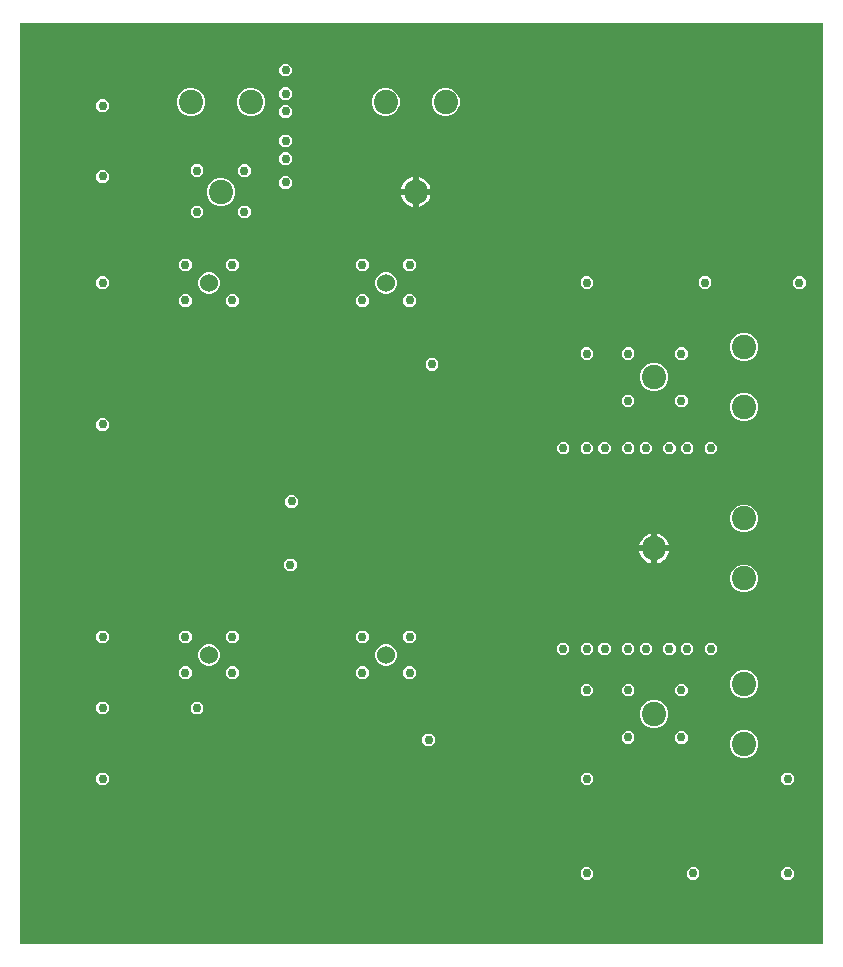
<source format=gbr>
G04 EAGLE Gerber RS-274X export*
G75*
%MOMM*%
%FSLAX34Y34*%
%LPD*%
%INCopper Layer 15*%
%IPPOS*%
%AMOC8*
5,1,8,0,0,1.08239X$1,22.5*%
G01*
%ADD10C,2.057400*%
%ADD11C,1.524000*%
%ADD12C,0.756400*%
%ADD13C,0.500000*%

G36*
X679348Y10162D02*
X679348Y10162D01*
X679357Y10161D01*
X679445Y10182D01*
X679535Y10200D01*
X679542Y10205D01*
X679550Y10207D01*
X679623Y10261D01*
X679699Y10313D01*
X679703Y10320D01*
X679710Y10325D01*
X679757Y10403D01*
X679806Y10480D01*
X679807Y10489D01*
X679812Y10496D01*
X679839Y10660D01*
X679839Y789340D01*
X679838Y789348D01*
X679839Y789357D01*
X679818Y789445D01*
X679800Y789535D01*
X679795Y789542D01*
X679793Y789550D01*
X679739Y789623D01*
X679687Y789699D01*
X679680Y789703D01*
X679675Y789710D01*
X679597Y789757D01*
X679520Y789806D01*
X679511Y789807D01*
X679504Y789812D01*
X679340Y789839D01*
X660Y789839D01*
X652Y789838D01*
X643Y789839D01*
X555Y789818D01*
X465Y789800D01*
X458Y789795D01*
X450Y789793D01*
X377Y789739D01*
X301Y789687D01*
X297Y789680D01*
X290Y789675D01*
X243Y789597D01*
X194Y789520D01*
X193Y789511D01*
X188Y789504D01*
X161Y789340D01*
X161Y10660D01*
X162Y10652D01*
X161Y10643D01*
X182Y10555D01*
X200Y10465D01*
X205Y10458D01*
X207Y10450D01*
X261Y10377D01*
X313Y10301D01*
X320Y10297D01*
X325Y10290D01*
X403Y10243D01*
X480Y10194D01*
X489Y10193D01*
X496Y10188D01*
X660Y10161D01*
X679340Y10161D01*
X679348Y10162D01*
G37*
%LPC*%
G36*
X610850Y167788D02*
X610850Y167788D01*
X606509Y169586D01*
X603186Y172909D01*
X601388Y177250D01*
X601388Y181950D01*
X603186Y186291D01*
X606509Y189614D01*
X610850Y191412D01*
X615550Y191412D01*
X619891Y189614D01*
X623214Y186291D01*
X625012Y181950D01*
X625012Y177250D01*
X623214Y172909D01*
X619891Y169586D01*
X615550Y167788D01*
X610850Y167788D01*
G37*
%LPD*%
%LPC*%
G36*
X534650Y193188D02*
X534650Y193188D01*
X530309Y194986D01*
X526986Y198309D01*
X525188Y202650D01*
X525188Y207350D01*
X526986Y211691D01*
X530309Y215014D01*
X534650Y216812D01*
X539350Y216812D01*
X543691Y215014D01*
X547014Y211691D01*
X548812Y207350D01*
X548812Y202650D01*
X547014Y198309D01*
X543691Y194986D01*
X539350Y193188D01*
X534650Y193188D01*
G37*
%LPD*%
%LPC*%
G36*
X358050Y711388D02*
X358050Y711388D01*
X353709Y713186D01*
X350386Y716509D01*
X348588Y720850D01*
X348588Y725550D01*
X350386Y729891D01*
X353709Y733214D01*
X358050Y735012D01*
X362750Y735012D01*
X367091Y733214D01*
X370414Y729891D01*
X372212Y725550D01*
X372212Y720850D01*
X370414Y716509D01*
X367091Y713186D01*
X362750Y711388D01*
X358050Y711388D01*
G37*
%LPD*%
%LPC*%
G36*
X307250Y711388D02*
X307250Y711388D01*
X302909Y713186D01*
X299586Y716509D01*
X297788Y720850D01*
X297788Y725550D01*
X299586Y729891D01*
X302909Y733214D01*
X307250Y735012D01*
X311950Y735012D01*
X316291Y733214D01*
X319614Y729891D01*
X321412Y725550D01*
X321412Y720850D01*
X319614Y716509D01*
X316291Y713186D01*
X311950Y711388D01*
X307250Y711388D01*
G37*
%LPD*%
%LPC*%
G36*
X193050Y711388D02*
X193050Y711388D01*
X188709Y713186D01*
X185386Y716509D01*
X183588Y720850D01*
X183588Y725550D01*
X185386Y729891D01*
X188709Y733214D01*
X193050Y735012D01*
X197750Y735012D01*
X202091Y733214D01*
X205414Y729891D01*
X207212Y725550D01*
X207212Y720850D01*
X205414Y716509D01*
X202091Y713186D01*
X197750Y711388D01*
X193050Y711388D01*
G37*
%LPD*%
%LPC*%
G36*
X142250Y711388D02*
X142250Y711388D01*
X137909Y713186D01*
X134586Y716509D01*
X132788Y720850D01*
X132788Y725550D01*
X134586Y729891D01*
X137909Y733214D01*
X142250Y735012D01*
X146950Y735012D01*
X151291Y733214D01*
X154614Y729891D01*
X156412Y725550D01*
X156412Y720850D01*
X154614Y716509D01*
X151291Y713186D01*
X146950Y711388D01*
X142250Y711388D01*
G37*
%LPD*%
%LPC*%
G36*
X610850Y218588D02*
X610850Y218588D01*
X606509Y220386D01*
X603186Y223709D01*
X601388Y228050D01*
X601388Y232750D01*
X603186Y237091D01*
X606509Y240414D01*
X610850Y242212D01*
X615550Y242212D01*
X619891Y240414D01*
X623214Y237091D01*
X625012Y232750D01*
X625012Y228050D01*
X623214Y223709D01*
X619891Y220386D01*
X615550Y218588D01*
X610850Y218588D01*
G37*
%LPD*%
%LPC*%
G36*
X610850Y503588D02*
X610850Y503588D01*
X606509Y505386D01*
X603186Y508709D01*
X601388Y513050D01*
X601388Y517750D01*
X603186Y522091D01*
X606509Y525414D01*
X610850Y527212D01*
X615550Y527212D01*
X619891Y525414D01*
X623214Y522091D01*
X625012Y517750D01*
X625012Y513050D01*
X623214Y508709D01*
X619891Y505386D01*
X615550Y503588D01*
X610850Y503588D01*
G37*
%LPD*%
%LPC*%
G36*
X534650Y478188D02*
X534650Y478188D01*
X530309Y479986D01*
X526986Y483309D01*
X525188Y487650D01*
X525188Y492350D01*
X526986Y496691D01*
X530309Y500014D01*
X534650Y501812D01*
X539350Y501812D01*
X543691Y500014D01*
X547014Y496691D01*
X548812Y492350D01*
X548812Y487650D01*
X547014Y483309D01*
X543691Y479986D01*
X539350Y478188D01*
X534650Y478188D01*
G37*
%LPD*%
%LPC*%
G36*
X610850Y307788D02*
X610850Y307788D01*
X606509Y309586D01*
X603186Y312909D01*
X601388Y317250D01*
X601388Y321950D01*
X603186Y326291D01*
X606509Y329614D01*
X610850Y331412D01*
X615550Y331412D01*
X619891Y329614D01*
X623214Y326291D01*
X625012Y321950D01*
X625012Y317250D01*
X623214Y312909D01*
X619891Y309586D01*
X615550Y307788D01*
X610850Y307788D01*
G37*
%LPD*%
%LPC*%
G36*
X610850Y452788D02*
X610850Y452788D01*
X606509Y454586D01*
X603186Y457909D01*
X601388Y462250D01*
X601388Y466950D01*
X603186Y471291D01*
X606509Y474614D01*
X610850Y476412D01*
X615550Y476412D01*
X619891Y474614D01*
X623214Y471291D01*
X625012Y466950D01*
X625012Y462250D01*
X623214Y457909D01*
X619891Y454586D01*
X615550Y452788D01*
X610850Y452788D01*
G37*
%LPD*%
%LPC*%
G36*
X610850Y358588D02*
X610850Y358588D01*
X606509Y360386D01*
X603186Y363709D01*
X601388Y368050D01*
X601388Y372750D01*
X603186Y377091D01*
X606509Y380414D01*
X610850Y382212D01*
X615550Y382212D01*
X619891Y380414D01*
X623214Y377091D01*
X625012Y372750D01*
X625012Y368050D01*
X623214Y363709D01*
X619891Y360386D01*
X615550Y358588D01*
X610850Y358588D01*
G37*
%LPD*%
%LPC*%
G36*
X167650Y635188D02*
X167650Y635188D01*
X163309Y636986D01*
X159986Y640309D01*
X158188Y644650D01*
X158188Y649350D01*
X159986Y653691D01*
X163309Y657014D01*
X167650Y658812D01*
X172350Y658812D01*
X176691Y657014D01*
X180014Y653691D01*
X181812Y649350D01*
X181812Y644650D01*
X180014Y640309D01*
X176691Y636986D01*
X172350Y635188D01*
X167650Y635188D01*
G37*
%LPD*%
%LPC*%
G36*
X308181Y560855D02*
X308181Y560855D01*
X304820Y562247D01*
X302247Y564820D01*
X300855Y568181D01*
X300855Y571819D01*
X302247Y575180D01*
X304820Y577753D01*
X308181Y579145D01*
X311819Y579145D01*
X315180Y577753D01*
X317753Y575180D01*
X319145Y571819D01*
X319145Y568181D01*
X317753Y564820D01*
X315180Y562247D01*
X311819Y560855D01*
X308181Y560855D01*
G37*
%LPD*%
%LPC*%
G36*
X158181Y560855D02*
X158181Y560855D01*
X154820Y562247D01*
X152247Y564820D01*
X150855Y568181D01*
X150855Y571819D01*
X152247Y575180D01*
X154820Y577753D01*
X158181Y579145D01*
X161819Y579145D01*
X165180Y577753D01*
X167753Y575180D01*
X169145Y571819D01*
X169145Y568181D01*
X167753Y564820D01*
X165180Y562247D01*
X161819Y560855D01*
X158181Y560855D01*
G37*
%LPD*%
%LPC*%
G36*
X158181Y245855D02*
X158181Y245855D01*
X154820Y247247D01*
X152247Y249820D01*
X150855Y253181D01*
X150855Y256819D01*
X152247Y260180D01*
X154820Y262753D01*
X158181Y264145D01*
X161819Y264145D01*
X165180Y262753D01*
X167753Y260180D01*
X169145Y256819D01*
X169145Y253181D01*
X167753Y249820D01*
X165180Y247247D01*
X161819Y245855D01*
X158181Y245855D01*
G37*
%LPD*%
%LPC*%
G36*
X308181Y245855D02*
X308181Y245855D01*
X304820Y247247D01*
X302247Y249820D01*
X300855Y253181D01*
X300855Y256819D01*
X302247Y260180D01*
X304820Y262753D01*
X308181Y264145D01*
X311819Y264145D01*
X315180Y262753D01*
X317753Y260180D01*
X319145Y256819D01*
X319145Y253181D01*
X317753Y249820D01*
X315180Y247247D01*
X311819Y245855D01*
X308181Y245855D01*
G37*
%LPD*%
%LPC*%
G36*
X335999Y647999D02*
X335999Y647999D01*
X335999Y659828D01*
X336010Y659828D01*
X338004Y659512D01*
X339924Y658888D01*
X341723Y657971D01*
X343357Y656785D01*
X344785Y655357D01*
X345971Y653723D01*
X346888Y651924D01*
X347512Y650004D01*
X347828Y648010D01*
X347828Y647999D01*
X335999Y647999D01*
G37*
%LPD*%
%LPC*%
G36*
X537999Y345999D02*
X537999Y345999D01*
X537999Y357828D01*
X538010Y357828D01*
X540004Y357512D01*
X541924Y356888D01*
X543723Y355971D01*
X545357Y354785D01*
X546785Y353357D01*
X547971Y351723D01*
X548888Y349924D01*
X549512Y348004D01*
X549828Y346010D01*
X549828Y345999D01*
X537999Y345999D01*
G37*
%LPD*%
%LPC*%
G36*
X524172Y345999D02*
X524172Y345999D01*
X524172Y346010D01*
X524488Y348004D01*
X525112Y349924D01*
X526029Y351723D01*
X527215Y353357D01*
X528643Y354785D01*
X530277Y355971D01*
X532076Y356888D01*
X533996Y357512D01*
X535990Y357828D01*
X536001Y357828D01*
X536001Y345999D01*
X524172Y345999D01*
G37*
%LPD*%
%LPC*%
G36*
X335999Y634172D02*
X335999Y634172D01*
X335999Y646001D01*
X347828Y646001D01*
X347828Y645990D01*
X347512Y643996D01*
X346888Y642076D01*
X345971Y640277D01*
X344785Y638643D01*
X343357Y637215D01*
X341723Y636029D01*
X339924Y635112D01*
X338004Y634488D01*
X336010Y634172D01*
X335999Y634172D01*
G37*
%LPD*%
%LPC*%
G36*
X537999Y332172D02*
X537999Y332172D01*
X537999Y344001D01*
X549828Y344001D01*
X549828Y343990D01*
X549512Y341996D01*
X548888Y340076D01*
X547971Y338277D01*
X546785Y336643D01*
X545357Y335215D01*
X543723Y334029D01*
X541924Y333112D01*
X540004Y332488D01*
X538010Y332172D01*
X537999Y332172D01*
G37*
%LPD*%
%LPC*%
G36*
X322172Y647999D02*
X322172Y647999D01*
X322172Y648010D01*
X322488Y650004D01*
X323112Y651924D01*
X324029Y653723D01*
X325215Y655357D01*
X326643Y656785D01*
X328277Y657971D01*
X330076Y658888D01*
X331996Y659512D01*
X333990Y659828D01*
X334001Y659828D01*
X334001Y647999D01*
X322172Y647999D01*
G37*
%LPD*%
%LPC*%
G36*
X535990Y332172D02*
X535990Y332172D01*
X533996Y332488D01*
X532076Y333112D01*
X530277Y334029D01*
X528643Y335215D01*
X527215Y336643D01*
X526029Y338277D01*
X525112Y340076D01*
X524488Y341996D01*
X524172Y343990D01*
X524172Y344001D01*
X536001Y344001D01*
X536001Y332172D01*
X535990Y332172D01*
G37*
%LPD*%
%LPC*%
G36*
X333990Y634172D02*
X333990Y634172D01*
X331996Y634488D01*
X330076Y635112D01*
X328277Y636029D01*
X326643Y637215D01*
X325215Y638643D01*
X324029Y640277D01*
X323112Y642076D01*
X322488Y643996D01*
X322172Y645990D01*
X322172Y646001D01*
X334001Y646001D01*
X334001Y634172D01*
X333990Y634172D01*
G37*
%LPD*%
%LPC*%
G36*
X137802Y579693D02*
X137802Y579693D01*
X134693Y582802D01*
X134693Y587198D01*
X137802Y590307D01*
X142198Y590307D01*
X145307Y587198D01*
X145307Y582802D01*
X142198Y579693D01*
X137802Y579693D01*
G37*
%LPD*%
%LPC*%
G36*
X177802Y579693D02*
X177802Y579693D01*
X174693Y582802D01*
X174693Y587198D01*
X177802Y590307D01*
X182198Y590307D01*
X185307Y587198D01*
X185307Y582802D01*
X182198Y579693D01*
X177802Y579693D01*
G37*
%LPD*%
%LPC*%
G36*
X287802Y579693D02*
X287802Y579693D01*
X284693Y582802D01*
X284693Y587198D01*
X287802Y590307D01*
X292198Y590307D01*
X295307Y587198D01*
X295307Y582802D01*
X292198Y579693D01*
X287802Y579693D01*
G37*
%LPD*%
%LPC*%
G36*
X657802Y564693D02*
X657802Y564693D01*
X654693Y567802D01*
X654693Y572198D01*
X657802Y575307D01*
X662198Y575307D01*
X665307Y572198D01*
X665307Y567802D01*
X662198Y564693D01*
X657802Y564693D01*
G37*
%LPD*%
%LPC*%
G36*
X577802Y564693D02*
X577802Y564693D01*
X574693Y567802D01*
X574693Y572198D01*
X577802Y575307D01*
X582198Y575307D01*
X585307Y572198D01*
X585307Y567802D01*
X582198Y564693D01*
X577802Y564693D01*
G37*
%LPD*%
%LPC*%
G36*
X477802Y564693D02*
X477802Y564693D01*
X474693Y567802D01*
X474693Y572198D01*
X477802Y575307D01*
X482198Y575307D01*
X485307Y572198D01*
X485307Y567802D01*
X482198Y564693D01*
X477802Y564693D01*
G37*
%LPD*%
%LPC*%
G36*
X67802Y564693D02*
X67802Y564693D01*
X64693Y567802D01*
X64693Y572198D01*
X67802Y575307D01*
X72198Y575307D01*
X75307Y572198D01*
X75307Y567802D01*
X72198Y564693D01*
X67802Y564693D01*
G37*
%LPD*%
%LPC*%
G36*
X327802Y549693D02*
X327802Y549693D01*
X324693Y552802D01*
X324693Y557198D01*
X327802Y560307D01*
X332198Y560307D01*
X335307Y557198D01*
X335307Y552802D01*
X332198Y549693D01*
X327802Y549693D01*
G37*
%LPD*%
%LPC*%
G36*
X287802Y549693D02*
X287802Y549693D01*
X284693Y552802D01*
X284693Y557198D01*
X287802Y560307D01*
X292198Y560307D01*
X295307Y557198D01*
X295307Y552802D01*
X292198Y549693D01*
X287802Y549693D01*
G37*
%LPD*%
%LPC*%
G36*
X177802Y549693D02*
X177802Y549693D01*
X174693Y552802D01*
X174693Y557198D01*
X177802Y560307D01*
X182198Y560307D01*
X185307Y557198D01*
X185307Y552802D01*
X182198Y549693D01*
X177802Y549693D01*
G37*
%LPD*%
%LPC*%
G36*
X137802Y549693D02*
X137802Y549693D01*
X134693Y552802D01*
X134693Y557198D01*
X137802Y560307D01*
X142198Y560307D01*
X145307Y557198D01*
X145307Y552802D01*
X142198Y549693D01*
X137802Y549693D01*
G37*
%LPD*%
%LPC*%
G36*
X327802Y579693D02*
X327802Y579693D01*
X324693Y582802D01*
X324693Y587198D01*
X327802Y590307D01*
X332198Y590307D01*
X335307Y587198D01*
X335307Y582802D01*
X332198Y579693D01*
X327802Y579693D01*
G37*
%LPD*%
%LPC*%
G36*
X557802Y504693D02*
X557802Y504693D01*
X554693Y507802D01*
X554693Y512198D01*
X557802Y515307D01*
X562198Y515307D01*
X565307Y512198D01*
X565307Y507802D01*
X562198Y504693D01*
X557802Y504693D01*
G37*
%LPD*%
%LPC*%
G36*
X512802Y504693D02*
X512802Y504693D01*
X509693Y507802D01*
X509693Y512198D01*
X512802Y515307D01*
X517198Y515307D01*
X520307Y512198D01*
X520307Y507802D01*
X517198Y504693D01*
X512802Y504693D01*
G37*
%LPD*%
%LPC*%
G36*
X477802Y504693D02*
X477802Y504693D01*
X474693Y507802D01*
X474693Y512198D01*
X477802Y515307D01*
X482198Y515307D01*
X485307Y512198D01*
X485307Y507802D01*
X482198Y504693D01*
X477802Y504693D01*
G37*
%LPD*%
%LPC*%
G36*
X346802Y495693D02*
X346802Y495693D01*
X343693Y498802D01*
X343693Y503198D01*
X346802Y506307D01*
X351198Y506307D01*
X354307Y503198D01*
X354307Y498802D01*
X351198Y495693D01*
X346802Y495693D01*
G37*
%LPD*%
%LPC*%
G36*
X147802Y624693D02*
X147802Y624693D01*
X144693Y627802D01*
X144693Y632198D01*
X147802Y635307D01*
X152198Y635307D01*
X155307Y632198D01*
X155307Y627802D01*
X152198Y624693D01*
X147802Y624693D01*
G37*
%LPD*%
%LPC*%
G36*
X187802Y624693D02*
X187802Y624693D01*
X184693Y627802D01*
X184693Y632198D01*
X187802Y635307D01*
X192198Y635307D01*
X195307Y632198D01*
X195307Y627802D01*
X192198Y624693D01*
X187802Y624693D01*
G37*
%LPD*%
%LPC*%
G36*
X557802Y464693D02*
X557802Y464693D01*
X554693Y467802D01*
X554693Y472198D01*
X557802Y475307D01*
X562198Y475307D01*
X565307Y472198D01*
X565307Y467802D01*
X562198Y464693D01*
X557802Y464693D01*
G37*
%LPD*%
%LPC*%
G36*
X512802Y464693D02*
X512802Y464693D01*
X509693Y467802D01*
X509693Y472198D01*
X512802Y475307D01*
X517198Y475307D01*
X520307Y472198D01*
X520307Y467802D01*
X517198Y464693D01*
X512802Y464693D01*
G37*
%LPD*%
%LPC*%
G36*
X67802Y444693D02*
X67802Y444693D01*
X64693Y447802D01*
X64693Y452198D01*
X67802Y455307D01*
X72198Y455307D01*
X75307Y452198D01*
X75307Y447802D01*
X72198Y444693D01*
X67802Y444693D01*
G37*
%LPD*%
%LPC*%
G36*
X562802Y424693D02*
X562802Y424693D01*
X559693Y427802D01*
X559693Y432198D01*
X562802Y435307D01*
X567198Y435307D01*
X570307Y432198D01*
X570307Y427802D01*
X567198Y424693D01*
X562802Y424693D01*
G37*
%LPD*%
%LPC*%
G36*
X547802Y424693D02*
X547802Y424693D01*
X544693Y427802D01*
X544693Y432198D01*
X547802Y435307D01*
X552198Y435307D01*
X555307Y432198D01*
X555307Y427802D01*
X552198Y424693D01*
X547802Y424693D01*
G37*
%LPD*%
%LPC*%
G36*
X582802Y424693D02*
X582802Y424693D01*
X579693Y427802D01*
X579693Y432198D01*
X582802Y435307D01*
X587198Y435307D01*
X590307Y432198D01*
X590307Y427802D01*
X587198Y424693D01*
X582802Y424693D01*
G37*
%LPD*%
%LPC*%
G36*
X527802Y424693D02*
X527802Y424693D01*
X524693Y427802D01*
X524693Y432198D01*
X527802Y435307D01*
X532198Y435307D01*
X535307Y432198D01*
X535307Y427802D01*
X532198Y424693D01*
X527802Y424693D01*
G37*
%LPD*%
%LPC*%
G36*
X512802Y424693D02*
X512802Y424693D01*
X509693Y427802D01*
X509693Y432198D01*
X512802Y435307D01*
X517198Y435307D01*
X520307Y432198D01*
X520307Y427802D01*
X517198Y424693D01*
X512802Y424693D01*
G37*
%LPD*%
%LPC*%
G36*
X492802Y424693D02*
X492802Y424693D01*
X489693Y427802D01*
X489693Y432198D01*
X492802Y435307D01*
X497198Y435307D01*
X500307Y432198D01*
X500307Y427802D01*
X497198Y424693D01*
X492802Y424693D01*
G37*
%LPD*%
%LPC*%
G36*
X477802Y424693D02*
X477802Y424693D01*
X474693Y427802D01*
X474693Y432198D01*
X477802Y435307D01*
X482198Y435307D01*
X485307Y432198D01*
X485307Y427802D01*
X482198Y424693D01*
X477802Y424693D01*
G37*
%LPD*%
%LPC*%
G36*
X457802Y424693D02*
X457802Y424693D01*
X454693Y427802D01*
X454693Y432198D01*
X457802Y435307D01*
X462198Y435307D01*
X465307Y432198D01*
X465307Y427802D01*
X462198Y424693D01*
X457802Y424693D01*
G37*
%LPD*%
%LPC*%
G36*
X227802Y379693D02*
X227802Y379693D01*
X224693Y382802D01*
X224693Y387198D01*
X227802Y390307D01*
X232198Y390307D01*
X235307Y387198D01*
X235307Y382802D01*
X232198Y379693D01*
X227802Y379693D01*
G37*
%LPD*%
%LPC*%
G36*
X647802Y64693D02*
X647802Y64693D01*
X644693Y67802D01*
X644693Y72198D01*
X647802Y75307D01*
X652198Y75307D01*
X655307Y72198D01*
X655307Y67802D01*
X652198Y64693D01*
X647802Y64693D01*
G37*
%LPD*%
%LPC*%
G36*
X222802Y649693D02*
X222802Y649693D01*
X219693Y652802D01*
X219693Y657198D01*
X222802Y660307D01*
X227198Y660307D01*
X230307Y657198D01*
X230307Y652802D01*
X227198Y649693D01*
X222802Y649693D01*
G37*
%LPD*%
%LPC*%
G36*
X67802Y654693D02*
X67802Y654693D01*
X64693Y657802D01*
X64693Y662198D01*
X67802Y665307D01*
X72198Y665307D01*
X75307Y662198D01*
X75307Y657802D01*
X72198Y654693D01*
X67802Y654693D01*
G37*
%LPD*%
%LPC*%
G36*
X477802Y64693D02*
X477802Y64693D01*
X474693Y67802D01*
X474693Y72198D01*
X477802Y75307D01*
X482198Y75307D01*
X485307Y72198D01*
X485307Y67802D01*
X482198Y64693D01*
X477802Y64693D01*
G37*
%LPD*%
%LPC*%
G36*
X147802Y659693D02*
X147802Y659693D01*
X144693Y662802D01*
X144693Y667198D01*
X147802Y670307D01*
X152198Y670307D01*
X155307Y667198D01*
X155307Y662802D01*
X152198Y659693D01*
X147802Y659693D01*
G37*
%LPD*%
%LPC*%
G36*
X187802Y659693D02*
X187802Y659693D01*
X184693Y662802D01*
X184693Y667198D01*
X187802Y670307D01*
X192198Y670307D01*
X195307Y667198D01*
X195307Y662802D01*
X192198Y659693D01*
X187802Y659693D01*
G37*
%LPD*%
%LPC*%
G36*
X226802Y325693D02*
X226802Y325693D01*
X223693Y328802D01*
X223693Y333198D01*
X226802Y336307D01*
X231198Y336307D01*
X234307Y333198D01*
X234307Y328802D01*
X231198Y325693D01*
X226802Y325693D01*
G37*
%LPD*%
%LPC*%
G36*
X222802Y669693D02*
X222802Y669693D01*
X219693Y672802D01*
X219693Y677198D01*
X222802Y680307D01*
X227198Y680307D01*
X230307Y677198D01*
X230307Y672802D01*
X227198Y669693D01*
X222802Y669693D01*
G37*
%LPD*%
%LPC*%
G36*
X137802Y264693D02*
X137802Y264693D01*
X134693Y267802D01*
X134693Y272198D01*
X137802Y275307D01*
X142198Y275307D01*
X145307Y272198D01*
X145307Y267802D01*
X142198Y264693D01*
X137802Y264693D01*
G37*
%LPD*%
%LPC*%
G36*
X67802Y264693D02*
X67802Y264693D01*
X64693Y267802D01*
X64693Y272198D01*
X67802Y275307D01*
X72198Y275307D01*
X75307Y272198D01*
X75307Y267802D01*
X72198Y264693D01*
X67802Y264693D01*
G37*
%LPD*%
%LPC*%
G36*
X327802Y264693D02*
X327802Y264693D01*
X324693Y267802D01*
X324693Y272198D01*
X327802Y275307D01*
X332198Y275307D01*
X335307Y272198D01*
X335307Y267802D01*
X332198Y264693D01*
X327802Y264693D01*
G37*
%LPD*%
%LPC*%
G36*
X287802Y264693D02*
X287802Y264693D01*
X284693Y267802D01*
X284693Y272198D01*
X287802Y275307D01*
X292198Y275307D01*
X295307Y272198D01*
X295307Y267802D01*
X292198Y264693D01*
X287802Y264693D01*
G37*
%LPD*%
%LPC*%
G36*
X177802Y264693D02*
X177802Y264693D01*
X174693Y267802D01*
X174693Y272198D01*
X177802Y275307D01*
X182198Y275307D01*
X185307Y272198D01*
X185307Y267802D01*
X182198Y264693D01*
X177802Y264693D01*
G37*
%LPD*%
%LPC*%
G36*
X562802Y254693D02*
X562802Y254693D01*
X559693Y257802D01*
X559693Y262198D01*
X562802Y265307D01*
X567198Y265307D01*
X570307Y262198D01*
X570307Y257802D01*
X567198Y254693D01*
X562802Y254693D01*
G37*
%LPD*%
%LPC*%
G36*
X547802Y254693D02*
X547802Y254693D01*
X544693Y257802D01*
X544693Y262198D01*
X547802Y265307D01*
X552198Y265307D01*
X555307Y262198D01*
X555307Y257802D01*
X552198Y254693D01*
X547802Y254693D01*
G37*
%LPD*%
%LPC*%
G36*
X582802Y254693D02*
X582802Y254693D01*
X579693Y257802D01*
X579693Y262198D01*
X582802Y265307D01*
X587198Y265307D01*
X590307Y262198D01*
X590307Y257802D01*
X587198Y254693D01*
X582802Y254693D01*
G37*
%LPD*%
%LPC*%
G36*
X527802Y254693D02*
X527802Y254693D01*
X524693Y257802D01*
X524693Y262198D01*
X527802Y265307D01*
X532198Y265307D01*
X535307Y262198D01*
X535307Y257802D01*
X532198Y254693D01*
X527802Y254693D01*
G37*
%LPD*%
%LPC*%
G36*
X512802Y254693D02*
X512802Y254693D01*
X509693Y257802D01*
X509693Y262198D01*
X512802Y265307D01*
X517198Y265307D01*
X520307Y262198D01*
X520307Y257802D01*
X517198Y254693D01*
X512802Y254693D01*
G37*
%LPD*%
%LPC*%
G36*
X492802Y254693D02*
X492802Y254693D01*
X489693Y257802D01*
X489693Y262198D01*
X492802Y265307D01*
X497198Y265307D01*
X500307Y262198D01*
X500307Y257802D01*
X497198Y254693D01*
X492802Y254693D01*
G37*
%LPD*%
%LPC*%
G36*
X477802Y254693D02*
X477802Y254693D01*
X474693Y257802D01*
X474693Y262198D01*
X477802Y265307D01*
X482198Y265307D01*
X485307Y262198D01*
X485307Y257802D01*
X482198Y254693D01*
X477802Y254693D01*
G37*
%LPD*%
%LPC*%
G36*
X457802Y254693D02*
X457802Y254693D01*
X454693Y257802D01*
X454693Y262198D01*
X457802Y265307D01*
X462198Y265307D01*
X465307Y262198D01*
X465307Y257802D01*
X462198Y254693D01*
X457802Y254693D01*
G37*
%LPD*%
%LPC*%
G36*
X222802Y684693D02*
X222802Y684693D01*
X219693Y687802D01*
X219693Y692198D01*
X222802Y695307D01*
X227198Y695307D01*
X230307Y692198D01*
X230307Y687802D01*
X227198Y684693D01*
X222802Y684693D01*
G37*
%LPD*%
%LPC*%
G36*
X222802Y709693D02*
X222802Y709693D01*
X219693Y712802D01*
X219693Y717198D01*
X222802Y720307D01*
X227198Y720307D01*
X230307Y717198D01*
X230307Y712802D01*
X227198Y709693D01*
X222802Y709693D01*
G37*
%LPD*%
%LPC*%
G36*
X327802Y234693D02*
X327802Y234693D01*
X324693Y237802D01*
X324693Y242198D01*
X327802Y245307D01*
X332198Y245307D01*
X335307Y242198D01*
X335307Y237802D01*
X332198Y234693D01*
X327802Y234693D01*
G37*
%LPD*%
%LPC*%
G36*
X287802Y234693D02*
X287802Y234693D01*
X284693Y237802D01*
X284693Y242198D01*
X287802Y245307D01*
X292198Y245307D01*
X295307Y242198D01*
X295307Y237802D01*
X292198Y234693D01*
X287802Y234693D01*
G37*
%LPD*%
%LPC*%
G36*
X177802Y234693D02*
X177802Y234693D01*
X174693Y237802D01*
X174693Y242198D01*
X177802Y245307D01*
X182198Y245307D01*
X185307Y242198D01*
X185307Y237802D01*
X182198Y234693D01*
X177802Y234693D01*
G37*
%LPD*%
%LPC*%
G36*
X137802Y234693D02*
X137802Y234693D01*
X134693Y237802D01*
X134693Y242198D01*
X137802Y245307D01*
X142198Y245307D01*
X145307Y242198D01*
X145307Y237802D01*
X142198Y234693D01*
X137802Y234693D01*
G37*
%LPD*%
%LPC*%
G36*
X67802Y714693D02*
X67802Y714693D01*
X64693Y717802D01*
X64693Y722198D01*
X67802Y725307D01*
X72198Y725307D01*
X75307Y722198D01*
X75307Y717802D01*
X72198Y714693D01*
X67802Y714693D01*
G37*
%LPD*%
%LPC*%
G36*
X557802Y219693D02*
X557802Y219693D01*
X554693Y222802D01*
X554693Y227198D01*
X557802Y230307D01*
X562198Y230307D01*
X565307Y227198D01*
X565307Y222802D01*
X562198Y219693D01*
X557802Y219693D01*
G37*
%LPD*%
%LPC*%
G36*
X512802Y219693D02*
X512802Y219693D01*
X509693Y222802D01*
X509693Y227198D01*
X512802Y230307D01*
X517198Y230307D01*
X520307Y227198D01*
X520307Y222802D01*
X517198Y219693D01*
X512802Y219693D01*
G37*
%LPD*%
%LPC*%
G36*
X477802Y219693D02*
X477802Y219693D01*
X474693Y222802D01*
X474693Y227198D01*
X477802Y230307D01*
X482198Y230307D01*
X485307Y227198D01*
X485307Y222802D01*
X482198Y219693D01*
X477802Y219693D01*
G37*
%LPD*%
%LPC*%
G36*
X222802Y724693D02*
X222802Y724693D01*
X219693Y727802D01*
X219693Y732198D01*
X222802Y735307D01*
X227198Y735307D01*
X230307Y732198D01*
X230307Y727802D01*
X227198Y724693D01*
X222802Y724693D01*
G37*
%LPD*%
%LPC*%
G36*
X147802Y204693D02*
X147802Y204693D01*
X144693Y207802D01*
X144693Y212198D01*
X147802Y215307D01*
X152198Y215307D01*
X155307Y212198D01*
X155307Y207802D01*
X152198Y204693D01*
X147802Y204693D01*
G37*
%LPD*%
%LPC*%
G36*
X67802Y204693D02*
X67802Y204693D01*
X64693Y207802D01*
X64693Y212198D01*
X67802Y215307D01*
X72198Y215307D01*
X75307Y212198D01*
X75307Y207802D01*
X72198Y204693D01*
X67802Y204693D01*
G37*
%LPD*%
%LPC*%
G36*
X222802Y744693D02*
X222802Y744693D01*
X219693Y747802D01*
X219693Y752198D01*
X222802Y755307D01*
X227198Y755307D01*
X230307Y752198D01*
X230307Y747802D01*
X227198Y744693D01*
X222802Y744693D01*
G37*
%LPD*%
%LPC*%
G36*
X557802Y179693D02*
X557802Y179693D01*
X554693Y182802D01*
X554693Y187198D01*
X557802Y190307D01*
X562198Y190307D01*
X565307Y187198D01*
X565307Y182802D01*
X562198Y179693D01*
X557802Y179693D01*
G37*
%LPD*%
%LPC*%
G36*
X512802Y179693D02*
X512802Y179693D01*
X509693Y182802D01*
X509693Y187198D01*
X512802Y190307D01*
X517198Y190307D01*
X520307Y187198D01*
X520307Y182802D01*
X517198Y179693D01*
X512802Y179693D01*
G37*
%LPD*%
%LPC*%
G36*
X343802Y177693D02*
X343802Y177693D01*
X340693Y180802D01*
X340693Y185198D01*
X343802Y188307D01*
X348198Y188307D01*
X351307Y185198D01*
X351307Y180802D01*
X348198Y177693D01*
X343802Y177693D01*
G37*
%LPD*%
%LPC*%
G36*
X477802Y144693D02*
X477802Y144693D01*
X474693Y147802D01*
X474693Y152198D01*
X477802Y155307D01*
X482198Y155307D01*
X485307Y152198D01*
X485307Y147802D01*
X482198Y144693D01*
X477802Y144693D01*
G37*
%LPD*%
%LPC*%
G36*
X67802Y144693D02*
X67802Y144693D01*
X64693Y147802D01*
X64693Y152198D01*
X67802Y155307D01*
X72198Y155307D01*
X75307Y152198D01*
X75307Y147802D01*
X72198Y144693D01*
X67802Y144693D01*
G37*
%LPD*%
%LPC*%
G36*
X647802Y144693D02*
X647802Y144693D01*
X644693Y147802D01*
X644693Y152198D01*
X647802Y155307D01*
X652198Y155307D01*
X655307Y152198D01*
X655307Y147802D01*
X652198Y144693D01*
X647802Y144693D01*
G37*
%LPD*%
%LPC*%
G36*
X567802Y64693D02*
X567802Y64693D01*
X564693Y67802D01*
X564693Y72198D01*
X567802Y75307D01*
X572198Y75307D01*
X575307Y72198D01*
X575307Y67802D01*
X572198Y64693D01*
X567802Y64693D01*
G37*
%LPD*%
%LPC*%
G36*
X536999Y344999D02*
X536999Y344999D01*
X536999Y345001D01*
X537001Y345001D01*
X537001Y344999D01*
X536999Y344999D01*
G37*
%LPD*%
%LPC*%
G36*
X334999Y646999D02*
X334999Y646999D01*
X334999Y647001D01*
X335001Y647001D01*
X335001Y646999D01*
X334999Y646999D01*
G37*
%LPD*%
D10*
X170000Y647000D03*
X144600Y723200D03*
X195400Y723200D03*
X335000Y647000D03*
X309600Y723200D03*
X360400Y723200D03*
X537000Y205000D03*
X613200Y230400D03*
X613200Y179600D03*
X537000Y490000D03*
X613200Y515400D03*
X613200Y464600D03*
X537000Y345000D03*
X613200Y370400D03*
X613200Y319600D03*
D11*
X160000Y570000D03*
X310000Y570000D03*
X160000Y255000D03*
X310000Y255000D03*
D12*
X70000Y660000D03*
X70000Y720000D03*
X190000Y665000D03*
X150000Y665000D03*
X190000Y630000D03*
X225000Y655000D03*
X225000Y675000D03*
X225000Y690000D03*
X225000Y715000D03*
X225000Y730000D03*
X225000Y750000D03*
X230000Y385000D03*
X229000Y331000D03*
X150000Y630000D03*
X285000Y750000D03*
X285000Y730000D03*
X285000Y715000D03*
X285000Y690000D03*
X285000Y675000D03*
X285000Y655000D03*
X271000Y623000D03*
X315000Y665000D03*
X315000Y625000D03*
X355000Y665000D03*
X355000Y625000D03*
X390000Y660000D03*
X390000Y720000D03*
X510000Y720000D03*
X510000Y660000D03*
X630000Y660000D03*
X630000Y720000D03*
X290000Y370000D03*
X270000Y330000D03*
X390000Y370000D03*
X390000Y320000D03*
X390000Y270000D03*
X210000Y60000D03*
X140000Y60000D03*
X70000Y60000D03*
X460000Y370000D03*
X480000Y370000D03*
X495000Y370000D03*
X515000Y370000D03*
X530000Y370000D03*
X550000Y370000D03*
X460000Y320000D03*
X480000Y320000D03*
X495000Y320000D03*
X515000Y320000D03*
X530000Y320000D03*
X550000Y320000D03*
X205000Y325000D03*
X185000Y350000D03*
X185000Y370000D03*
X205000Y390000D03*
X140000Y360000D03*
X70000Y360000D03*
X575000Y365000D03*
X575000Y320000D03*
D13*
X354000Y647000D02*
X335000Y647000D01*
X354000Y647000D02*
X355000Y646000D01*
X335000Y647000D02*
X318000Y647000D01*
X335000Y647000D02*
X335000Y631000D01*
X335000Y647000D02*
X335000Y665000D01*
X337000Y667000D01*
X537000Y345000D02*
X553000Y345000D01*
X537000Y345000D02*
X516000Y345000D01*
X515000Y346000D01*
X537000Y345000D02*
X537000Y322000D01*
X537000Y345000D02*
X537000Y363000D01*
X536000Y364000D01*
D12*
X349000Y501000D03*
X290000Y585000D03*
X480000Y430000D03*
X460000Y430000D03*
X290000Y555000D03*
X480000Y570000D03*
X580000Y570000D03*
X660000Y570000D03*
X480000Y510000D03*
X515000Y510000D03*
X560000Y510000D03*
X515000Y470000D03*
X560000Y470000D03*
X495000Y430000D03*
X515000Y430000D03*
X530000Y430000D03*
X550000Y430000D03*
X565000Y430000D03*
X585000Y430000D03*
X330000Y585000D03*
X330000Y555000D03*
X70000Y570000D03*
X70000Y450000D03*
X140000Y585000D03*
X140000Y555000D03*
X180000Y585000D03*
X180000Y555000D03*
X346000Y183000D03*
X290000Y270000D03*
X290000Y240000D03*
X330000Y240000D03*
X330000Y270000D03*
X460000Y260000D03*
X480000Y260000D03*
X495000Y260000D03*
X515000Y260000D03*
X530000Y260000D03*
X550000Y260000D03*
X565000Y260000D03*
X585000Y260000D03*
X480000Y225000D03*
X515000Y225000D03*
X560000Y225000D03*
X515000Y185000D03*
X560000Y185000D03*
X480000Y150000D03*
X650000Y150000D03*
X570000Y70000D03*
X480000Y70000D03*
X650000Y70000D03*
X70000Y270000D03*
X150000Y210000D03*
X70000Y210000D03*
X70000Y150000D03*
X140000Y270000D03*
X140000Y240000D03*
X180000Y270000D03*
X180000Y240000D03*
M02*

</source>
